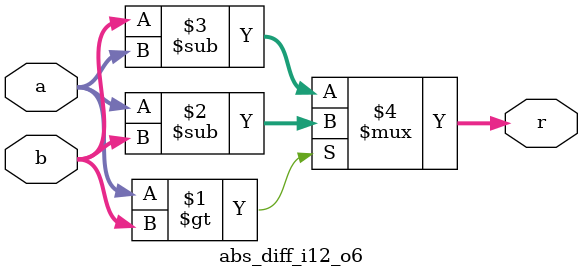
<source format=v>
module abs_diff_i12_o6(a,b,r);
input [5:0] a,b;
output [5:0] r;

assign r = (a>b) ? (a-b) : (b-a);

endmodule

</source>
